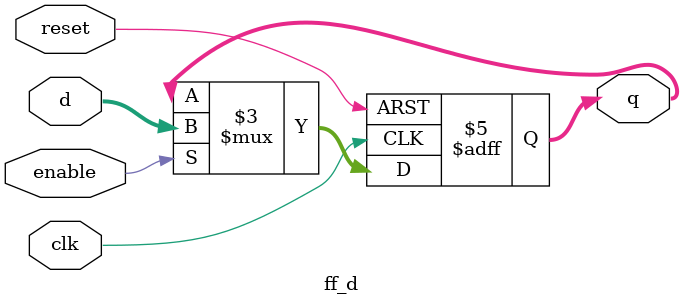
<source format=v>
module ff_d(d, clk, reset, enable, q);
input [31:0] d;
input clk, reset, enable;
output reg [31:0] q;
	
	always @ (posedge clk or negedge reset) begin
		if (!reset) begin
			q <= 0;
		end
		else begin
			if (enable) begin
				q <= d;
			end
		end
	end
	
endmodule 

</source>
